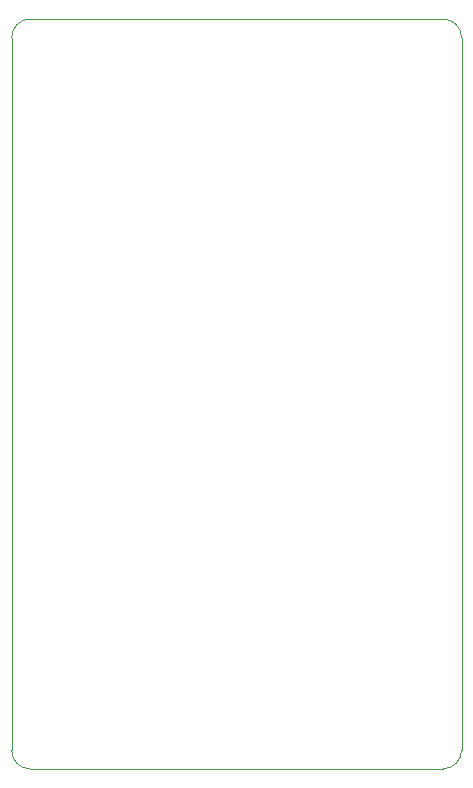
<source format=gbr>
%TF.GenerationSoftware,KiCad,Pcbnew,9.0.0*%
%TF.CreationDate,2025-10-22T11:07:00-07:00*%
%TF.ProjectId,sstv-backpack-v1.0.1,73737476-2d62-4616-936b-7061636b2d76,1.0*%
%TF.SameCoordinates,Original*%
%TF.FileFunction,Profile,NP*%
%FSLAX46Y46*%
G04 Gerber Fmt 4.6, Leading zero omitted, Abs format (unit mm)*
G04 Created by KiCad (PCBNEW 9.0.0) date 2025-10-22 11:07:00*
%MOMM*%
%LPD*%
G01*
G04 APERTURE LIST*
%TA.AperFunction,Profile*%
%ADD10C,0.050000*%
%TD*%
G04 APERTURE END LIST*
D10*
X176212500Y-127000000D02*
X141287500Y-127000000D01*
X141287500Y-127000000D02*
G75*
G02*
X139700000Y-125412500I0J1587500D01*
G01*
X141287500Y-63500000D02*
X176212500Y-63500000D01*
X176212500Y-63500000D02*
G75*
G02*
X177800000Y-65087500I0J-1587500D01*
G01*
X177800000Y-125412500D02*
G75*
G02*
X176212500Y-127000000I-1587500J0D01*
G01*
X177800000Y-65087500D02*
X177800000Y-125412500D01*
X139700000Y-65087500D02*
G75*
G02*
X141287500Y-63500000I1587500J0D01*
G01*
X139700000Y-125412500D02*
X139700000Y-65087500D01*
M02*

</source>
